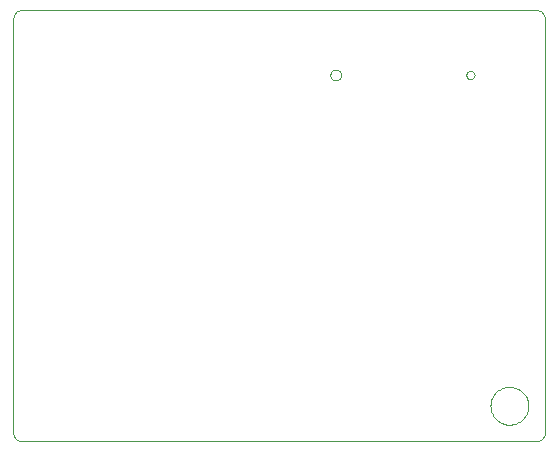
<source format=gko>
G75*
%MOIN*%
%OFA0B0*%
%FSLAX24Y24*%
%IPPOS*%
%LPD*%
%AMOC8*
5,1,8,0,0,1.08239X$1,22.5*
%
%ADD10C,0.0000*%
D10*
X000534Y000458D02*
X000534Y014272D01*
X000535Y014272D02*
X000537Y014303D01*
X000542Y014334D01*
X000551Y014364D01*
X000563Y014393D01*
X000578Y014420D01*
X000596Y014445D01*
X000616Y014469D01*
X000640Y014489D01*
X000665Y014507D01*
X000692Y014522D01*
X000721Y014534D01*
X000751Y014543D01*
X000782Y014548D01*
X000813Y014550D01*
X017972Y014550D01*
X018003Y014548D01*
X018034Y014543D01*
X018064Y014534D01*
X018093Y014522D01*
X018120Y014507D01*
X018145Y014489D01*
X018169Y014469D01*
X018189Y014445D01*
X018207Y014420D01*
X018222Y014393D01*
X018234Y014364D01*
X018243Y014334D01*
X018248Y014303D01*
X018250Y014272D01*
X018251Y014272D02*
X018251Y000458D01*
X018250Y000458D02*
X018248Y000427D01*
X018243Y000396D01*
X018234Y000366D01*
X018222Y000337D01*
X018207Y000310D01*
X018189Y000285D01*
X018169Y000261D01*
X018145Y000241D01*
X018120Y000223D01*
X018093Y000208D01*
X018064Y000196D01*
X018034Y000187D01*
X018003Y000182D01*
X017972Y000180D01*
X000813Y000180D01*
X000782Y000182D01*
X000751Y000187D01*
X000721Y000196D01*
X000692Y000208D01*
X000665Y000223D01*
X000640Y000241D01*
X000616Y000261D01*
X000596Y000285D01*
X000578Y000310D01*
X000563Y000337D01*
X000551Y000366D01*
X000542Y000396D01*
X000537Y000427D01*
X000535Y000458D01*
X011105Y012385D02*
X011107Y012411D01*
X011113Y012437D01*
X011123Y012462D01*
X011136Y012485D01*
X011152Y012505D01*
X011172Y012523D01*
X011194Y012538D01*
X011217Y012550D01*
X011243Y012558D01*
X011269Y012562D01*
X011295Y012562D01*
X011321Y012558D01*
X011347Y012550D01*
X011371Y012538D01*
X011392Y012523D01*
X011412Y012505D01*
X011428Y012485D01*
X011441Y012462D01*
X011451Y012437D01*
X011457Y012411D01*
X011459Y012385D01*
X011457Y012359D01*
X011451Y012333D01*
X011441Y012308D01*
X011428Y012285D01*
X011412Y012265D01*
X011392Y012247D01*
X011370Y012232D01*
X011347Y012220D01*
X011321Y012212D01*
X011295Y012208D01*
X011269Y012208D01*
X011243Y012212D01*
X011217Y012220D01*
X011193Y012232D01*
X011172Y012247D01*
X011152Y012265D01*
X011136Y012285D01*
X011123Y012308D01*
X011113Y012333D01*
X011107Y012359D01*
X011105Y012385D01*
X015633Y012385D02*
X015635Y012408D01*
X015641Y012431D01*
X015651Y012452D01*
X015664Y012472D01*
X015680Y012489D01*
X015699Y012503D01*
X015720Y012513D01*
X015742Y012520D01*
X015765Y012523D01*
X015789Y012522D01*
X015811Y012517D01*
X015833Y012508D01*
X015853Y012496D01*
X015871Y012480D01*
X015885Y012462D01*
X015897Y012442D01*
X015905Y012420D01*
X015909Y012397D01*
X015909Y012373D01*
X015905Y012350D01*
X015897Y012328D01*
X015885Y012308D01*
X015871Y012290D01*
X015853Y012274D01*
X015833Y012262D01*
X015811Y012253D01*
X015789Y012248D01*
X015765Y012247D01*
X015742Y012250D01*
X015720Y012257D01*
X015699Y012267D01*
X015680Y012281D01*
X015664Y012298D01*
X015651Y012318D01*
X015641Y012339D01*
X015635Y012362D01*
X015633Y012385D01*
X016440Y001361D02*
X016442Y001411D01*
X016448Y001461D01*
X016458Y001510D01*
X016472Y001558D01*
X016489Y001605D01*
X016510Y001650D01*
X016535Y001694D01*
X016563Y001735D01*
X016595Y001774D01*
X016629Y001811D01*
X016666Y001845D01*
X016706Y001875D01*
X016748Y001902D01*
X016792Y001926D01*
X016838Y001947D01*
X016885Y001963D01*
X016933Y001976D01*
X016983Y001985D01*
X017032Y001990D01*
X017083Y001991D01*
X017133Y001988D01*
X017182Y001981D01*
X017231Y001970D01*
X017279Y001955D01*
X017325Y001937D01*
X017370Y001915D01*
X017413Y001889D01*
X017454Y001860D01*
X017493Y001828D01*
X017529Y001793D01*
X017561Y001755D01*
X017591Y001715D01*
X017618Y001672D01*
X017641Y001628D01*
X017660Y001582D01*
X017676Y001534D01*
X017688Y001485D01*
X017696Y001436D01*
X017700Y001386D01*
X017700Y001336D01*
X017696Y001286D01*
X017688Y001237D01*
X017676Y001188D01*
X017660Y001140D01*
X017641Y001094D01*
X017618Y001050D01*
X017591Y001007D01*
X017561Y000967D01*
X017529Y000929D01*
X017493Y000894D01*
X017454Y000862D01*
X017413Y000833D01*
X017370Y000807D01*
X017325Y000785D01*
X017279Y000767D01*
X017231Y000752D01*
X017182Y000741D01*
X017133Y000734D01*
X017083Y000731D01*
X017032Y000732D01*
X016983Y000737D01*
X016933Y000746D01*
X016885Y000759D01*
X016838Y000775D01*
X016792Y000796D01*
X016748Y000820D01*
X016706Y000847D01*
X016666Y000877D01*
X016629Y000911D01*
X016595Y000948D01*
X016563Y000987D01*
X016535Y001028D01*
X016510Y001072D01*
X016489Y001117D01*
X016472Y001164D01*
X016458Y001212D01*
X016448Y001261D01*
X016442Y001311D01*
X016440Y001361D01*
M02*

</source>
